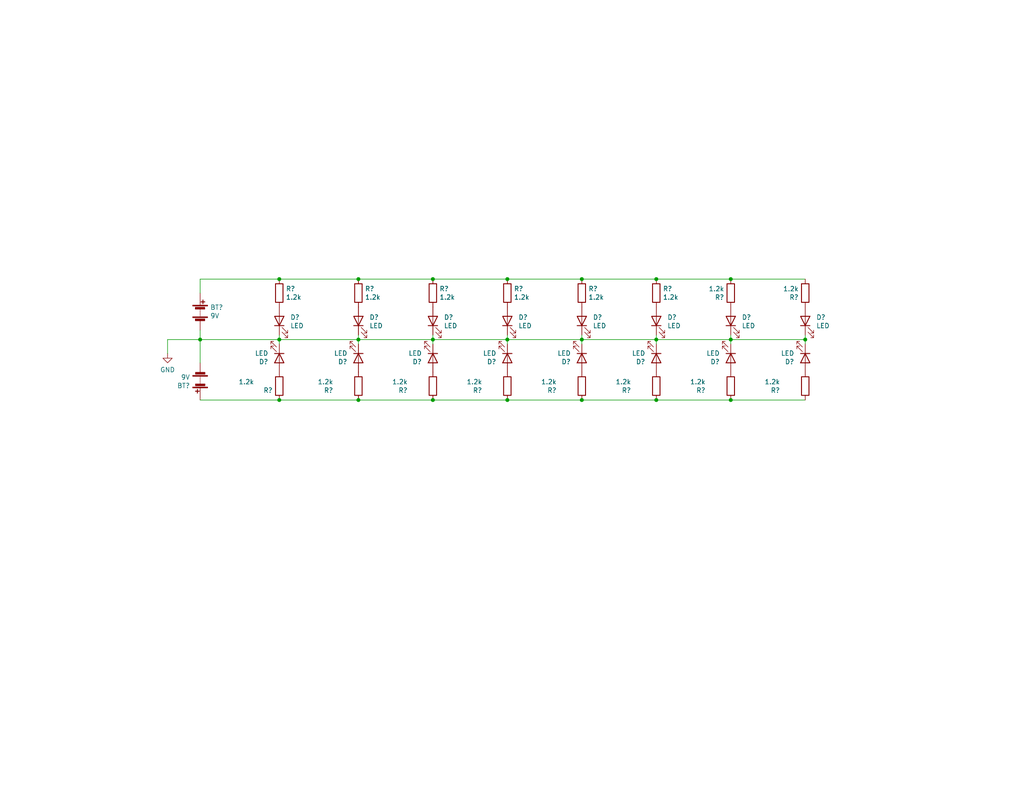
<source format=kicad_sch>
(kicad_sch (version 20211123) (generator eeschema)
  (paper "USLetter")
  (lib_symbols
    (symbol "Device:Battery" (pin_numbers hide) (pin_names (offset 0) hide)
      (property "Reference" "BT" (at 2.54 2.54 0))
      (property "Value" "Battery" (at 2.54 0 0))
      (symbol "Battery_0_1"
        (rectangle (start -2.032 -1.397) (end 2.032 -1.651) (fill (type outline)))
        (rectangle (start -2.032 1.778) (end 2.032 1.524) (fill (type outline)))
        (rectangle (start -1.3208 -1.9812) (end 1.27 -2.4892) (fill (type outline)))
        (rectangle (start -1.3208 1.1938) (end 1.27 0.6858) (fill (type outline)))
        (polyline (pts (xy 0 -1.524) (xy 0 -1.27)))
        (polyline (pts (xy 0 -1.016) (xy 0 -0.762)))
        (polyline (pts (xy 0 -0.508) (xy 0 -0.254)))
        (polyline (pts (xy 0 0) (xy 0 0.254)))
        (polyline (pts (xy 0 0.508) (xy 0 0.762)))
        (polyline (pts (xy 0 1.778) (xy 0 2.54)))
        (polyline (pts (xy 0.254 2.667) (xy 1.27 2.667)) (stroke (width 0.254)))
        (polyline (pts (xy 0.762 3.175) (xy 0.762 2.159)) (stroke (width 0.254)))
      )
      (symbol "Battery_1_1"
        (pin passive line (at 0 5.08 270) (length 2.54) (name "+") (number "1"))
        (pin passive line (at 0 -5.08 90) (length 2.54) (name "-") (number "2"))
      )
    )
    (symbol "Device:LED" (pin_numbers hide) (pin_names (offset 1.016) hide)
      (property "Reference" "D" (at 0 2.54 0))
      (property "Value" "LED" (at 0 -2.54 0))
      (symbol "LED_0_1"
        (polyline (pts (xy -1.27 -1.27) (xy -1.27 1.27)) (stroke (width 0.254)))
        (polyline (pts (xy -1.27 0) (xy 1.27 0)))
        (polyline (pts (xy 1.27 -1.27) (xy 1.27 1.27) (xy -1.27 0) (xy 1.27 -1.27)) (stroke (width 0.254)))
        (polyline (pts (xy -3.048 -0.762) (xy -4.572 -2.286) (xy -3.81 -2.286) (xy -4.572 -2.286) (xy -4.572 -1.524)))
        (polyline (pts (xy -1.778 -0.762) (xy -3.302 -2.286) (xy -2.54 -2.286) (xy -3.302 -2.286) (xy -3.302 -1.524)))
      )
      (symbol "LED_1_1"
        (pin passive line (at -3.81 0 0) (length 2.54) (name "K") (number "1"))
        (pin passive line (at 3.81 0 180) (length 2.54) (name "A") (number "2"))
      )
    )
    (symbol "Device:R" (pin_numbers hide) (pin_names (offset 0))
      (property "Reference" "R" (at 2.032 0 90))
      (property "Value" "R" (at 0 0 90))
      (symbol "R_0_1"
        (rectangle (start -1.016 -2.54) (end 1.016 2.54) (stroke (width 0.254)))
      )
      (symbol "R_1_1"
        (pin passive line (at 0 3.81 270) (length 1.27) (name "~") (number "1"))
        (pin passive line (at 0 -3.81 90) (length 1.27) (name "~") (number "2"))
      )
    )
    (symbol "power:GND" (power) (pin_names (offset 0))
      (property "Value" "GND" (at 0 -3.81 0))
      (symbol "GND_0_1"
        (polyline (pts (xy 0 0) (xy 0 -1.27) (xy 1.27 -1.27) (xy 0 -2.54) (xy -1.27 -1.27) (xy 0 -1.27)))
      )
      (symbol "GND_1_1"
        (pin power_in line (at 0 0 270) (length 0) hide (name "GND") (number "1"))
      )
    )
  )
  (junction (at 76.2 92.71))
  (junction (at 179.07 76.2))
  (junction (at 138.43 109.22))
  (junction (at 199.39 109.22))
  (junction (at 179.07 109.22))
  (junction (at 219.71 92.71))
  (junction (at 76.2 76.2))
  (junction (at 199.39 92.71))
  (junction (at 97.79 76.2))
  (junction (at 118.11 109.22))
  (junction (at 76.2 109.22))
  (junction (at 118.11 76.2))
  (junction (at 54.61 92.71))
  (junction (at 97.79 109.22))
  (junction (at 138.43 76.2))
  (junction (at 158.75 76.2))
  (junction (at 138.43 92.71))
  (junction (at 118.11 92.71))
  (junction (at 158.75 92.71))
  (junction (at 158.75 109.22))
  (junction (at 97.79 92.71))
  (junction (at 199.39 76.2))
  (junction (at 179.07 92.71))
  (wire (pts (xy 219.71 91.44) (xy 219.71 92.71)))
  (wire (pts (xy 76.2 76.2) (xy 97.79 76.2)))
  (wire (pts (xy 54.61 80.01) (xy 54.61 76.2)))
  (wire (pts (xy 45.72 96.52) (xy 45.72 92.71)))
  (wire (pts (xy 118.11 91.44) (xy 118.11 92.71)))
  (wire (pts (xy 179.07 76.2) (xy 199.39 76.2)))
  (wire (pts (xy 138.43 109.22) (xy 158.75 109.22)))
  (wire (pts (xy 179.07 92.71) (xy 199.39 92.71)))
  (wire (pts (xy 118.11 109.22) (xy 138.43 109.22)))
  (wire (pts (xy 76.2 92.71) (xy 54.61 92.71)))
  (wire (pts (xy 158.75 76.2) (xy 179.07 76.2)))
  (wire (pts (xy 158.75 92.71) (xy 179.07 92.71)))
  (wire (pts (xy 118.11 76.2) (xy 138.43 76.2)))
  (wire (pts (xy 138.43 92.71) (xy 158.75 92.71)))
  (wire (pts (xy 179.07 91.44) (xy 179.07 92.71)))
  (wire (pts (xy 219.71 92.71) (xy 219.71 93.98)))
  (wire (pts (xy 54.61 92.71) (xy 54.61 90.17)))
  (wire (pts (xy 54.61 109.22) (xy 76.2 109.22)))
  (wire (pts (xy 54.61 92.71) (xy 54.61 99.06)))
  (wire (pts (xy 199.39 109.22) (xy 219.71 109.22)))
  (wire (pts (xy 76.2 91.44) (xy 76.2 92.71)))
  (wire (pts (xy 97.79 93.98) (xy 97.79 92.71)))
  (wire (pts (xy 45.72 92.71) (xy 54.61 92.71)))
  (wire (pts (xy 76.2 92.71) (xy 97.79 92.71)))
  (wire (pts (xy 138.43 93.98) (xy 138.43 92.71)))
  (wire (pts (xy 76.2 93.98) (xy 76.2 92.71)))
  (wire (pts (xy 138.43 91.44) (xy 138.43 92.71)))
  (wire (pts (xy 97.79 109.22) (xy 118.11 109.22)))
  (wire (pts (xy 179.07 109.22) (xy 199.39 109.22)))
  (wire (pts (xy 199.39 92.71) (xy 219.71 92.71)))
  (wire (pts (xy 179.07 93.98) (xy 179.07 92.71)))
  (wire (pts (xy 199.39 76.2) (xy 219.71 76.2)))
  (wire (pts (xy 199.39 92.71) (xy 199.39 93.98)))
  (wire (pts (xy 97.79 92.71) (xy 118.11 92.71)))
  (wire (pts (xy 158.75 109.22) (xy 179.07 109.22)))
  (wire (pts (xy 97.79 76.2) (xy 118.11 76.2)))
  (wire (pts (xy 138.43 76.2) (xy 158.75 76.2)))
  (wire (pts (xy 118.11 92.71) (xy 138.43 92.71)))
  (wire (pts (xy 76.2 109.22) (xy 97.79 109.22)))
  (wire (pts (xy 158.75 93.98) (xy 158.75 92.71)))
  (wire (pts (xy 199.39 91.44) (xy 199.39 92.71)))
  (wire (pts (xy 158.75 91.44) (xy 158.75 92.71)))
  (wire (pts (xy 118.11 93.98) (xy 118.11 92.71)))
  (wire (pts (xy 97.79 91.44) (xy 97.79 92.71)))
  (wire (pts (xy 54.61 76.2) (xy 76.2 76.2)))
  (symbol (lib_id "Device:LED") (at 118.11 87.63 90) (unit 1)
    (property "Reference" "D?" (at 121.1072 86.6394 90) (effects (justify right)))
    (property "Value" "LED" (at 121.1072 88.9508 90) (effects (justify right)))
    (property "Footprint" "LED_THT:LED_D5.0mm" (effects hide))
  )
  (symbol (lib_id "Device:R") (at 97.79 105.41 180) (unit 1)
    (property "Reference" "R?" (at 90.932 106.5784 0) (effects (justify left)))
    (property "Value" "1.2k" (at 90.932 104.267 0) (effects (justify left)))
    (property "Footprint" "Resistor_THT:R_Axial_DIN0204_L3.6mm_D1.6mm_P2.54mm_Vertical" (effects hide))
  )
  (symbol (lib_id "Device:R") (at 76.2 105.41 180) (unit 1)
    (property "Reference" "R?" (at 74.422 106.5784 0) (effects (justify left)))
    (property "Value" "1.2k" (at 69.342 104.267 0) (effects (justify left)))
    (property "Footprint" "Resistor_THT:R_Axial_DIN0204_L3.6mm_D1.6mm_P2.54mm_Vertical" (effects hide))
  )
  (symbol (lib_id "Device:R") (at 199.39 80.01 180) (unit 1)
    (property "Reference" "R?" (at 197.612 81.1784 0) (effects (justify left)))
    (property "Value" "1.2k" (at 197.612 78.867 0) (effects (justify left)))
    (property "Footprint" "Resistor_THT:R_Axial_DIN0204_L3.6mm_D1.6mm_P2.54mm_Vertical" (effects hide))
  )
  (symbol (lib_id "Device:LED") (at 76.2 87.63 90) (unit 1)
    (property "Reference" "D?" (at 79.1972 86.6394 90) (effects (justify right)))
    (property "Value" "LED" (at 79.1972 88.9508 90) (effects (justify right)))
    (property "Footprint" "LED_THT:LED_D5.0mm" (effects hide))
  )
  (symbol (lib_id "Device:R") (at 138.43 80.01 0) (unit 1)
    (property "Reference" "R?" (at 140.208 78.8416 0) (effects (justify left)))
    (property "Value" "1.2k" (at 140.208 81.153 0) (effects (justify left)))
    (property "Footprint" "Resistor_THT:R_Axial_DIN0204_L3.6mm_D1.6mm_P2.54mm_Vertical" (effects hide))
  )
  (symbol (lib_id "Device:R") (at 158.75 105.41 180) (unit 1)
    (property "Reference" "R?" (at 151.892 106.5784 0) (effects (justify left)))
    (property "Value" "1.2k" (at 151.892 104.267 0) (effects (justify left)))
    (property "Footprint" "Resistor_THT:R_Axial_DIN0204_L3.6mm_D1.6mm_P2.54mm_Vertical" (effects hide))
  )
  (symbol (lib_id "Device:R") (at 138.43 105.41 180) (unit 1)
    (property "Reference" "R?" (at 131.572 106.5784 0) (effects (justify left)))
    (property "Value" "1.2k" (at 131.572 104.267 0) (effects (justify left)))
    (property "Footprint" "Resistor_THT:R_Axial_DIN0204_L3.6mm_D1.6mm_P2.54mm_Vertical" (effects hide))
  )
  (symbol (lib_id "Device:LED") (at 219.71 87.63 90) (unit 1)
    (property "Reference" "D?" (at 222.7072 86.6394 90) (effects (justify right)))
    (property "Value" "LED" (at 222.7072 88.9508 90) (effects (justify right)))
    (property "Footprint" "LED_THT:LED_D5.0mm" (effects hide))
  )
  (symbol (lib_id "Device:LED") (at 158.75 97.79 270) (unit 1)
    (property "Reference" "D?" (at 155.7528 98.7806 90) (effects (justify right)))
    (property "Value" "LED" (at 155.7528 96.4692 90) (effects (justify right)))
    (property "Footprint" "LED_THT:LED_D5.0mm" (effects hide))
  )
  (symbol (lib_id "power:GND") (at 45.72 96.52 0) (unit 1)
    (property "Reference" "#PWR?" (effects hide))
    (property "Value" "GND" (at 45.72 100.9634 0))
  )
  (symbol (lib_id "Device:R") (at 118.11 80.01 0) (unit 1)
    (property "Reference" "R?" (at 119.888 78.8416 0) (effects (justify left)))
    (property "Value" "1.2k" (at 119.888 81.153 0) (effects (justify left)))
    (property "Footprint" "Resistor_THT:R_Axial_DIN0204_L3.6mm_D1.6mm_P2.54mm_Vertical" (effects hide))
  )
  (symbol (lib_id "Device:LED") (at 158.75 87.63 90) (unit 1)
    (property "Reference" "D?" (at 161.7472 86.6394 90) (effects (justify right)))
    (property "Value" "LED" (at 161.7472 88.9508 90) (effects (justify right)))
    (property "Footprint" "LED_THT:LED_D5.0mm" (effects hide))
  )
  (symbol (lib_id "Device:Battery") (at 54.61 104.14 180) (unit 1)
    (property "Reference" "BT?" (at 51.8668 105.3084 0) (effects (justify left)))
    (property "Value" "9V" (at 51.8668 102.997 0) (effects (justify left)))
    (property "Footprint" "Connector_PinHeader_2.54mm:PinHeader_1x02_P2.54mm_Vertical" (effects hide))
  )
  (symbol (lib_id "Device:LED") (at 199.39 97.79 270) (unit 1)
    (property "Reference" "D?" (at 196.3928 98.7806 90) (effects (justify right)))
    (property "Value" "LED" (at 196.3928 96.4692 90) (effects (justify right)))
    (property "Footprint" "LED_THT:LED_D5.0mm" (effects hide))
  )
  (symbol (lib_id "Device:R") (at 219.71 80.01 180) (unit 1)
    (property "Reference" "R?" (at 217.932 81.1784 0) (effects (justify left)))
    (property "Value" "1.2k" (at 217.932 78.867 0) (effects (justify left)))
    (property "Footprint" "Resistor_THT:R_Axial_DIN0204_L3.6mm_D1.6mm_P2.54mm_Vertical" (effects hide))
  )
  (symbol (lib_id "Device:LED") (at 97.79 87.63 90) (unit 1)
    (property "Reference" "D?" (at 100.7872 86.6394 90) (effects (justify right)))
    (property "Value" "LED" (at 100.7872 88.9508 90) (effects (justify right)))
    (property "Footprint" "LED_THT:LED_D5.0mm" (effects hide))
  )
  (symbol (lib_id "Device:R") (at 199.39 105.41 180) (unit 1)
    (property "Reference" "R?" (at 192.532 106.5784 0) (effects (justify left)))
    (property "Value" "1.2k" (at 192.532 104.267 0) (effects (justify left)))
    (property "Footprint" "Resistor_THT:R_Axial_DIN0204_L3.6mm_D1.6mm_P2.54mm_Vertical" (effects hide))
  )
  (symbol (lib_id "Device:R") (at 179.07 80.01 0) (unit 1)
    (property "Reference" "R?" (at 180.848 78.8416 0) (effects (justify left)))
    (property "Value" "1.2k" (at 180.848 81.153 0) (effects (justify left)))
    (property "Footprint" "Resistor_THT:R_Axial_DIN0204_L3.6mm_D1.6mm_P2.54mm_Vertical" (effects hide))
  )
  (symbol (lib_id "Device:Battery") (at 54.61 85.09 0) (unit 1)
    (property "Reference" "BT?" (at 57.3532 83.9216 0) (effects (justify left)))
    (property "Value" "9V" (at 57.3532 86.233 0) (effects (justify left)))
    (property "Footprint" "Connector_PinHeader_2.54mm:PinHeader_1x02_P2.54mm_Vertical" (effects hide))
  )
  (symbol (lib_id "Device:R") (at 76.2 80.01 0) (unit 1)
    (property "Reference" "R?" (at 77.978 78.8416 0) (effects (justify left)))
    (property "Value" "1.2k" (at 77.978 81.153 0) (effects (justify left)))
    (property "Footprint" "Resistor_THT:R_Axial_DIN0204_L3.6mm_D1.6mm_P2.54mm_Vertical" (effects hide))
  )
  (symbol (lib_id "Device:R") (at 219.71 105.41 180) (unit 1)
    (property "Reference" "R?" (at 212.852 106.5784 0) (effects (justify left)))
    (property "Value" "1.2k" (at 212.852 104.267 0) (effects (justify left)))
    (property "Footprint" "Resistor_THT:R_Axial_DIN0204_L3.6mm_D1.6mm_P2.54mm_Vertical" (effects hide))
  )
  (symbol (lib_id "Device:LED") (at 199.39 87.63 90) (unit 1)
    (property "Reference" "D?" (at 202.3872 86.6394 90) (effects (justify right)))
    (property "Value" "LED" (at 202.3872 88.9508 90) (effects (justify right)))
    (property "Footprint" "LED_THT:LED_D5.0mm" (effects hide))
  )
  (symbol (lib_id "Device:LED") (at 219.71 97.79 270) (unit 1)
    (property "Reference" "D?" (at 216.7128 98.7806 90) (effects (justify right)))
    (property "Value" "LED" (at 216.7128 96.4692 90) (effects (justify right)))
    (property "Footprint" "LED_THT:LED_D5.0mm" (effects hide))
  )
  (symbol (lib_id "Device:LED") (at 118.11 97.79 270) (unit 1)
    (property "Reference" "D?" (at 115.1128 98.7806 90) (effects (justify right)))
    (property "Value" "LED" (at 115.1128 96.4692 90) (effects (justify right)))
    (property "Footprint" "LED_THT:LED_D5.0mm" (effects hide))
  )
  (symbol (lib_id "Device:LED") (at 97.79 97.79 270) (unit 1)
    (property "Reference" "D?" (at 94.7928 98.7806 90) (effects (justify right)))
    (property "Value" "LED" (at 94.7928 96.4692 90) (effects (justify right)))
    (property "Footprint" "LED_THT:LED_D5.0mm" (effects hide))
  )
  (symbol (lib_id "Device:LED") (at 138.43 97.79 270) (unit 1)
    (property "Reference" "D?" (at 135.4328 98.7806 90) (effects (justify right)))
    (property "Value" "LED" (at 135.4328 96.4692 90) (effects (justify right)))
    (property "Footprint" "LED_THT:LED_D5.0mm" (effects hide))
  )
  (symbol (lib_id "Device:R") (at 97.79 80.01 0) (unit 1)
    (property "Reference" "R?" (at 99.568 78.8416 0) (effects (justify left)))
    (property "Value" "1.2k" (at 99.568 81.153 0) (effects (justify left)))
    (property "Footprint" "Resistor_THT:R_Axial_DIN0204_L3.6mm_D1.6mm_P2.54mm_Vertical" (effects hide))
  )
  (symbol (lib_id "Device:R") (at 179.07 105.41 180) (unit 1)
    (property "Reference" "R?" (at 172.212 106.5784 0) (effects (justify left)))
    (property "Value" "1.2k" (at 172.212 104.267 0) (effects (justify left)))
    (property "Footprint" "Resistor_THT:R_Axial_DIN0204_L3.6mm_D1.6mm_P2.54mm_Vertical" (effects hide))
  )
  (symbol (lib_id "Device:LED") (at 76.2 97.79 270) (unit 1)
    (property "Reference" "D?" (at 73.2028 98.7806 90) (effects (justify right)))
    (property "Value" "LED" (at 73.2028 96.4692 90) (effects (justify right)))
    (property "Footprint" "LED_THT:LED_D5.0mm" (effects hide))
  )
  (symbol (lib_id "Device:R") (at 118.11 105.41 180) (unit 1)
    (property "Reference" "R?" (at 111.252 106.5784 0) (effects (justify left)))
    (property "Value" "1.2k" (at 111.252 104.267 0) (effects (justify left)))
    (property "Footprint" "Resistor_THT:R_Axial_DIN0204_L3.6mm_D1.6mm_P2.54mm_Vertical" (effects hide))
  )
  (symbol (lib_id "Device:LED") (at 138.43 87.63 90) (unit 1)
    (property "Reference" "D?" (at 141.4272 86.6394 90) (effects (justify right)))
    (property "Value" "LED" (at 141.4272 88.9508 90) (effects (justify right)))
    (property "Footprint" "LED_THT:LED_D5.0mm" (effects hide))
  )
  (symbol (lib_id "Device:LED") (at 179.07 87.63 90) (unit 1)
    (property "Reference" "D?" (at 182.0672 86.6394 90) (effects (justify right)))
    (property "Value" "LED" (at 182.0672 88.9508 90) (effects (justify right)))
    (property "Footprint" "LED_THT:LED_D5.0mm" (effects hide))
  )
  (symbol (lib_id "Device:LED") (at 179.07 97.79 270) (unit 1)
    (property "Reference" "D?" (at 176.0728 98.7806 90) (effects (justify right)))
    (property "Value" "LED" (at 176.0728 96.4692 90) (effects (justify right)))
    (property "Footprint" "LED_THT:LED_D5.0mm" (effects hide))
  )
  (symbol (lib_id "Device:R") (at 158.75 80.01 0) (unit 1)
    (property "Reference" "R?" (at 160.528 78.8416 0) (effects (justify left)))
    (property "Value" "1.2k" (at 160.528 81.153 0) (effects (justify left)))
    (property "Footprint" "Resistor_THT:R_Axial_DIN0204_L3.6mm_D1.6mm_P2.54mm_Vertical" (effects hide))
  )
)
</source>
